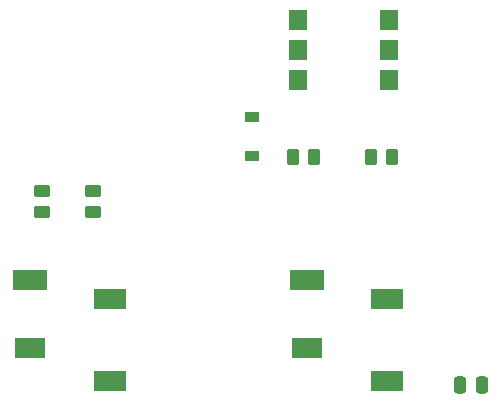
<source format=gbr>
%TF.GenerationSoftware,KiCad,Pcbnew,(6.0.7)*%
%TF.CreationDate,2022-08-05T22:04:18-07:00*%
%TF.ProjectId,d70-buddy-main-board,6437302d-6275-4646-9479-2d6d61696e2d,rev?*%
%TF.SameCoordinates,Original*%
%TF.FileFunction,Paste,Top*%
%TF.FilePolarity,Positive*%
%FSLAX46Y46*%
G04 Gerber Fmt 4.6, Leading zero omitted, Abs format (unit mm)*
G04 Created by KiCad (PCBNEW (6.0.7)) date 2022-08-05 22:04:18*
%MOMM*%
%LPD*%
G01*
G04 APERTURE LIST*
G04 Aperture macros list*
%AMRoundRect*
0 Rectangle with rounded corners*
0 $1 Rounding radius*
0 $2 $3 $4 $5 $6 $7 $8 $9 X,Y pos of 4 corners*
0 Add a 4 corners polygon primitive as box body*
4,1,4,$2,$3,$4,$5,$6,$7,$8,$9,$2,$3,0*
0 Add four circle primitives for the rounded corners*
1,1,$1+$1,$2,$3*
1,1,$1+$1,$4,$5*
1,1,$1+$1,$6,$7*
1,1,$1+$1,$8,$9*
0 Add four rect primitives between the rounded corners*
20,1,$1+$1,$2,$3,$4,$5,0*
20,1,$1+$1,$4,$5,$6,$7,0*
20,1,$1+$1,$6,$7,$8,$9,0*
20,1,$1+$1,$8,$9,$2,$3,0*%
G04 Aperture macros list end*
%ADD10R,1.200000X0.900000*%
%ADD11RoundRect,0.250000X-0.262500X-0.450000X0.262500X-0.450000X0.262500X0.450000X-0.262500X0.450000X0*%
%ADD12RoundRect,0.250000X0.450000X-0.262500X0.450000X0.262500X-0.450000X0.262500X-0.450000X-0.262500X0*%
%ADD13RoundRect,0.250000X-0.450000X0.262500X-0.450000X-0.262500X0.450000X-0.262500X0.450000X0.262500X0*%
%ADD14RoundRect,0.250000X-0.250000X-0.475000X0.250000X-0.475000X0.250000X0.475000X-0.250000X0.475000X0*%
%ADD15R,1.560000X1.780000*%
%ADD16R,1.520000X1.780000*%
%ADD17R,2.800000X1.800000*%
%ADD18R,2.500000X1.800000*%
%ADD19R,3.000000X1.800000*%
G04 APERTURE END LIST*
D10*
%TO.C,D1*%
X96000000Y-122650000D03*
X96000000Y-119350000D03*
%TD*%
D11*
%TO.C,R5*%
X106021500Y-122682000D03*
X107846500Y-122682000D03*
%TD*%
%TO.C,R4*%
X99417500Y-122682000D03*
X101242500Y-122682000D03*
%TD*%
D12*
%TO.C,R2*%
X82550000Y-127404500D03*
X82550000Y-125579500D03*
%TD*%
D13*
%TO.C,R1*%
X78232000Y-125579500D03*
X78232000Y-127404500D03*
%TD*%
D14*
%TO.C,C1*%
X113550000Y-142000000D03*
X115450000Y-142000000D03*
%TD*%
D15*
%TO.C,U1*%
X99855000Y-111110000D03*
X99855000Y-113650000D03*
X99855000Y-116190000D03*
X107605000Y-116190000D03*
X107605000Y-113650000D03*
D16*
X107605000Y-111110000D03*
%TD*%
D17*
%TO.C,J1*%
X107450000Y-141660000D03*
X107450000Y-134760000D03*
D18*
X100650000Y-138910000D03*
D19*
X100650000Y-133110000D03*
%TD*%
D17*
%TO.C,J2*%
X83950000Y-141660000D03*
X83950000Y-134760000D03*
D18*
X77150000Y-138910000D03*
D19*
X77150000Y-133110000D03*
%TD*%
M02*

</source>
